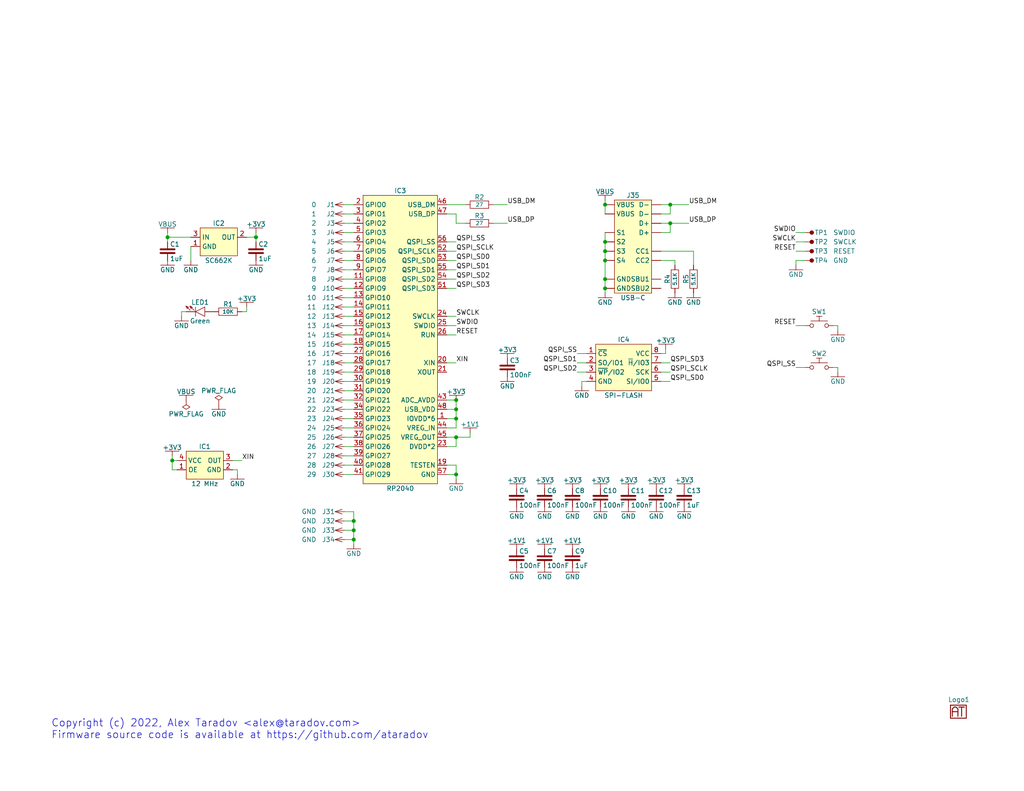
<source format=kicad_sch>
(kicad_sch (version 20211123) (generator eeschema)
  (paper "USLetter")
  (title_block (date "2022-02-01") (rev "1"))
  (lib_symbols
    (symbol "ataradov_conn:Conn-Single" (pin_numbers hide) (pin_names hide)
      (property "Reference" "J?" (at 2.54 0 0))
      (property "Value" "Conn-Single" (at 7.62 0 0))
      (symbol "Conn-Single_0_1"
        (polyline (pts (xy 2.54 0) (xy 0.635 -0.635)))
        (polyline (pts (xy 2.54 0) (xy 0.635 0.635)))
      )
      (symbol "Conn-Single_1_1"
        (pin passive line (at 0 0 0) (length 2.54) (name "1") (number "1"))
      )
    )
    (symbol "ataradov_conn:USB-C" (pin_numbers hide)
      (property "Reference" "J?" (at 0 12.7 0))
      (property "Value" "USB-C" (at 0 -15.24 0))
      (symbol "USB-C_0_1"
        (rectangle (start -5.08 11.43) (end 5.08 -13.97) (fill (type background)))
      )
      (symbol "USB-C_1_1"
        (pin bidirectional line (at 7.62 -2.54 180) (length 2.54) (name "CC1") (number "CC1"))
        (pin bidirectional line (at 7.62 -5.08 180) (length 2.54) (name "CC2") (number "CC2"))
        (pin bidirectional line (at 7.62 5.08 180) (length 2.54) (name "D+") (number "D+1"))
        (pin bidirectional line (at 7.62 2.54 180) (length 2.54) (name "D+") (number "D+2"))
        (pin bidirectional line (at 7.62 10.16 180) (length 2.54) (name "D-") (number "D-1"))
        (pin bidirectional line (at 7.62 7.62 180) (length 2.54) (name "D-") (number "D-2"))
        (pin passive line (at -7.62 -10.16 0) (length 2.54) (name "GND") (number "GND1"))
        (pin passive line (at -7.62 -12.7 0) (length 2.54) (name "GND") (number "GND2"))
        (pin passive line (at -7.62 2.54 0) (length 2.54) (name "S1") (number "S1"))
        (pin passive line (at -7.62 0 0) (length 2.54) (name "S2") (number "S2"))
        (pin passive line (at -7.62 -2.54 0) (length 2.54) (name "S3") (number "S3"))
        (pin passive line (at -7.62 -5.08 0) (length 2.54) (name "S4") (number "S4"))
        (pin bidirectional line (at 7.62 -10.16 180) (length 2.54) (name "SBU1") (number "SBU1"))
        (pin bidirectional line (at 7.62 -12.7 180) (length 2.54) (name "SBU2") (number "SBU2"))
        (pin passive line (at -7.62 10.16 0) (length 2.54) (name "VBUS") (number "VBUS1"))
        (pin passive line (at -7.62 7.62 0) (length 2.54) (name "VBUS") (number "VBUS2"))
      )
    )
    (symbol "ataradov_crystal:DSC61XX-MHz"
      (property "Reference" "IC?" (at 0 3.81 0))
      (property "Value" "DSC61XX-MHz" (at 0 -6.35 0))
      (symbol "DSC61XX-MHz_0_1"
        (rectangle (start -5.08 2.54) (end 5.08 -5.08) (fill (type background)))
      )
      (symbol "DSC61XX-MHz_1_1"
        (pin passive line (at -7.62 -2.54 0) (length 2.54) (name "OE") (number "1"))
        (pin power_in line (at 7.62 -2.54 180) (length 2.54) (name "GND") (number "2"))
        (pin output line (at 7.62 0 180) (length 2.54) (name "OUT") (number "3"))
        (pin power_in line (at -7.62 0 0) (length 2.54) (name "VCC") (number "4"))
      )
    )
    (symbol "ataradov_ic:SPI-FLASH"
      (property "Reference" "IC?" (at 0 6.35 0))
      (property "Value" "SPI-FLASH" (at 0 -8.89 0))
      (symbol "SPI-FLASH_1_0"
        (pin input line (at -10.16 2.54 0) (length 2.54) (name "~{CS}") (number "1"))
        (pin bidirectional line (at -10.16 0 0) (length 2.54) (name "SO/IO1") (number "2"))
        (pin bidirectional line (at -10.16 -2.54 0) (length 2.54) (name "~{WP}/IO2") (number "3"))
        (pin power_in line (at -10.16 -5.08 0) (length 2.54) (name "GND") (number "4"))
        (pin bidirectional line (at 10.16 -5.08 180) (length 2.54) (name "SI/IO0") (number "5"))
        (pin input line (at 10.16 -2.54 180) (length 2.54) (name "SCK") (number "6"))
        (pin bidirectional line (at 10.16 0 180) (length 2.54) (name "~{H}/IO3") (number "7"))
        (pin power_in line (at 10.16 2.54 180) (length 2.54) (name "VCC") (number "8"))
      )
      (symbol "SPI-FLASH_1_1"
        (rectangle (start -7.62 5.08) (end 7.62 -7.62) (fill (type background)))
      )
    )
    (symbol "ataradov_led:LED" (pin_numbers hide) (pin_names (offset 1.016) hide)
      (property "Reference" "LED?" (at 0 2.54 0))
      (property "Value" "LED" (at 0 -2.54 0))
      (symbol "LED_0_1"
        (polyline (pts (xy 1.27 1.27) (xy 1.27 -1.27)))
        (polyline (pts (xy 2.1336 1.2192) (xy 2.4892 0.8636)))
        (polyline (pts (xy 2.794 1.524) (xy 2.2352 1.1684)))
        (polyline (pts (xy 2.794 1.524) (xy 2.4384 0.9652)))
        (polyline (pts (xy 3.2004 1.2192) (xy 3.556 0.8636)))
        (polyline (pts (xy 3.8608 1.524) (xy 3.302 1.1684)))
        (polyline (pts (xy 3.8608 1.524) (xy 3.4544 0.9652)))
        (polyline (pts (xy -1.27 1.27) (xy -1.27 -1.27) (xy 1.27 0) (xy -1.27 1.27)))
        (polyline (pts (xy 1.6256 0.3556) (xy 2.794 1.524) (xy 2.1336 1.2192) (xy 2.794 1.524) (xy 2.4892 0.8636)))
        (polyline (pts (xy 2.6924 0.3556) (xy 3.8608 1.524) (xy 3.2004 1.2192) (xy 3.8608 1.524) (xy 3.556 0.8636)))
      )
      (symbol "LED_1_1"
        (pin passive line (at -3.81 0 0) (length 2.54) (name "A") (number "1"))
        (pin passive line (at 3.81 0 180) (length 2.54) (name "K") (number "2"))
      )
    )
    (symbol "ataradov_mcu:RP2040"
      (property "Reference" "IC?" (at 0 39.37 0))
      (property "Value" "RP2040" (at 0 -41.91 0))
      (symbol "RP2040_0_1"
        (rectangle (start -10.16 38.1) (end 10.16 -40.64) (fill (type background)))
      )
      (symbol "RP2040_1_1"
        (pin power_in line (at 12.7 -22.86 180) (length 2.54) (name "IOVDD*6") (number "1"))
        (pin power_in line (at 12.7 -22.86 180) (length 2.54) hide (name "IOVDD*6") (number "10"))
        (pin bidirectional line (at -12.7 15.24 0) (length 2.54) (name "GPIO8") (number "11"))
        (pin bidirectional line (at -12.7 12.7 0) (length 2.54) (name "GPIO9") (number "12"))
        (pin bidirectional line (at -12.7 10.16 0) (length 2.54) (name "GPIO10") (number "13"))
        (pin bidirectional line (at -12.7 7.62 0) (length 2.54) (name "GPIO11") (number "14"))
        (pin bidirectional line (at -12.7 5.08 0) (length 2.54) (name "GPIO12") (number "15"))
        (pin bidirectional line (at -12.7 2.54 0) (length 2.54) (name "GPIO13") (number "16"))
        (pin bidirectional line (at -12.7 0 0) (length 2.54) (name "GPIO14") (number "17"))
        (pin bidirectional line (at -12.7 -2.54 0) (length 2.54) (name "GPIO15") (number "18"))
        (pin input line (at 12.7 -35.56 180) (length 2.54) (name "TESTEN") (number "19"))
        (pin bidirectional line (at -12.7 35.56 0) (length 2.54) (name "GPIO0") (number "2"))
        (pin input line (at 12.7 -7.62 180) (length 2.54) (name "XIN") (number "20"))
        (pin output line (at 12.7 -10.16 180) (length 2.54) (name "XOUT") (number "21"))
        (pin power_in line (at 12.7 -22.86 180) (length 2.54) hide (name "IOVDD*6") (number "22"))
        (pin power_in line (at 12.7 -30.48 180) (length 2.54) (name "DVDD*2") (number "23"))
        (pin input line (at 12.7 5.08 180) (length 2.54) (name "SWCLK") (number "24"))
        (pin bidirectional line (at 12.7 2.54 180) (length 2.54) (name "SWDIO") (number "25"))
        (pin input line (at 12.7 0 180) (length 2.54) (name "RUN") (number "26"))
        (pin bidirectional line (at -12.7 -5.08 0) (length 2.54) (name "GPIO16") (number "27"))
        (pin bidirectional line (at -12.7 -7.62 0) (length 2.54) (name "GPIO17") (number "28"))
        (pin bidirectional line (at -12.7 -10.16 0) (length 2.54) (name "GPIO18") (number "29"))
        (pin bidirectional line (at -12.7 33.02 0) (length 2.54) (name "GPIO1") (number "3"))
        (pin bidirectional line (at -12.7 -12.7 0) (length 2.54) (name "GPIO19") (number "30"))
        (pin bidirectional line (at -12.7 -15.24 0) (length 2.54) (name "GPIO20") (number "31"))
        (pin bidirectional line (at -12.7 -17.78 0) (length 2.54) (name "GPIO21") (number "32"))
        (pin power_in line (at 12.7 -22.86 180) (length 2.54) hide (name "IOVDD*6") (number "33"))
        (pin bidirectional line (at -12.7 -20.32 0) (length 2.54) (name "GPIO22") (number "34"))
        (pin bidirectional line (at -12.7 -22.86 0) (length 2.54) (name "GPIO23") (number "35"))
        (pin bidirectional line (at -12.7 -25.4 0) (length 2.54) (name "GPIO24") (number "36"))
        (pin bidirectional line (at -12.7 -27.94 0) (length 2.54) (name "GPIO25") (number "37"))
        (pin bidirectional line (at -12.7 -30.48 0) (length 2.54) (name "GPIO26") (number "38"))
        (pin bidirectional line (at -12.7 -33.02 0) (length 2.54) (name "GPIO27") (number "39"))
        (pin bidirectional line (at -12.7 30.48 0) (length 2.54) (name "GPIO2") (number "4"))
        (pin bidirectional line (at -12.7 -35.56 0) (length 2.54) (name "GPIO28") (number "40"))
        (pin bidirectional line (at -12.7 -38.1 0) (length 2.54) (name "GPIO29") (number "41"))
        (pin power_in line (at 12.7 -22.86 180) (length 2.54) hide (name "IOVDD*6") (number "42"))
        (pin power_in line (at 12.7 -17.78 180) (length 2.54) (name "ADC_AVDD") (number "43"))
        (pin power_in line (at 12.7 -25.4 180) (length 2.54) (name "VREG_IN") (number "44"))
        (pin power_out line (at 12.7 -27.94 180) (length 2.54) (name "VREG_OUT") (number "45"))
        (pin bidirectional line (at 12.7 35.56 180) (length 2.54) (name "USB_DM") (number "46"))
        (pin bidirectional line (at 12.7 33.02 180) (length 2.54) (name "USB_DP") (number "47"))
        (pin power_in line (at 12.7 -20.32 180) (length 2.54) (name "USB_VDD") (number "48"))
        (pin power_in line (at 12.7 -22.86 180) (length 2.54) hide (name "IOVDD*6") (number "49"))
        (pin bidirectional line (at -12.7 27.94 0) (length 2.54) (name "GPIO3") (number "5"))
        (pin power_in line (at 12.7 -30.48 180) (length 2.54) hide (name "DVDD*2") (number "50"))
        (pin bidirectional line (at 12.7 12.7 180) (length 2.54) (name "QSPI_SD3") (number "51"))
        (pin output line (at 12.7 22.86 180) (length 2.54) (name "QSPI_SCLK") (number "52"))
        (pin bidirectional line (at 12.7 20.32 180) (length 2.54) (name "QSPI_SD0") (number "53"))
        (pin bidirectional line (at 12.7 15.24 180) (length 2.54) (name "QSPI_SD2") (number "54"))
        (pin bidirectional line (at 12.7 17.78 180) (length 2.54) (name "QSPI_SD1") (number "55"))
        (pin output line (at 12.7 25.4 180) (length 2.54) (name "QSPI_SS") (number "56"))
        (pin power_in line (at 12.7 -38.1 180) (length 2.54) (name "GND") (number "57"))
        (pin bidirectional line (at -12.7 25.4 0) (length 2.54) (name "GPIO4") (number "6"))
        (pin bidirectional line (at -12.7 22.86 0) (length 2.54) (name "GPIO5") (number "7"))
        (pin bidirectional line (at -12.7 20.32 0) (length 2.54) (name "GPIO6") (number "8"))
        (pin bidirectional line (at -12.7 17.78 0) (length 2.54) (name "GPIO7") (number "9"))
      )
    )
    (symbol "ataradov_misc:Logo" (pin_numbers hide) (pin_names (offset 0) hide)
      (property "Reference" "Logo?" (at 0 3.302 0))
      (symbol "Logo_0_1"
        (rectangle (start -2.286 1.778) (end 2.032 -1.778) (stroke (width 0.254)))
        (polyline (pts (xy -1.778 0) (xy -0.254 0)) (stroke (width 0.254)))
        (polyline (pts (xy -1.778 0.762) (xy -1.778 -1.27)) (stroke (width 0.254)))
        (polyline (pts (xy -1.778 0.762) (xy -1.27 1.27)) (stroke (width 0.254)))
        (polyline (pts (xy -1.27 1.27) (xy -0.762 1.27)) (stroke (width 0.254)))
        (polyline (pts (xy -0.254 0.762) (xy -0.762 1.27)) (stroke (width 0.254)))
        (polyline (pts (xy -0.254 0.762) (xy -0.254 -1.27)) (stroke (width 0.254)))
        (polyline (pts (xy 0 1.27) (xy 1.524 1.27)) (stroke (width 0.254)))
        (polyline (pts (xy 0.762 1.27) (xy 0.762 -1.27)) (stroke (width 0.254)))
      )
    )
    (symbol "ataradov_misc:TestPoint" (pin_numbers hide) (pin_names hide)
      (property "Reference" "TP?" (at 2.54 0 0))
      (property "Value" "TestPoint" (at 7.62 0 0))
      (symbol "TestPoint_0_1"
        (circle (center 1.778 0) (radius 0.508) (fill (type outline)))
      )
      (symbol "TestPoint_1_1"
        (pin passive line (at 0 0 0) (length 1.78) (name "1") (number "1"))
      )
    )
    (symbol "ataradov_pwr:+1V1" (power) (pin_names (offset 0))
      (property "Value" "+1V1" (at 0 2.286 0))
      (symbol "+1V1_0_1"
        (polyline (pts (xy -1.905 1.27) (xy 0 1.27)))
        (polyline (pts (xy 0 0) (xy 0 1.27)))
        (polyline (pts (xy 0 1.27) (xy 1.905 1.27)))
      )
      (symbol "+1V1_1_1"
        (pin power_in line (at 0 0 90) (length 0) hide (name "+1V1") (number "1"))
      )
    )
    (symbol "ataradov_pwr:+3V3" (power) (pin_names (offset 0))
      (property "Value" "+3V3" (at 0 2.286 0))
      (symbol "+3V3_0_1"
        (polyline (pts (xy -1.905 1.27) (xy 0 1.27)))
        (polyline (pts (xy 0 0) (xy 0 1.27)))
        (polyline (pts (xy 0 1.27) (xy 1.905 1.27)))
      )
      (symbol "+3V3_1_1"
        (pin power_in line (at 0 0 90) (length 0) hide (name "+3V3") (number "1"))
      )
    )
    (symbol "ataradov_pwr:GND" (power) (pin_names (offset 0))
      (property "Value" "GND" (at 0 -2.54 0))
      (symbol "GND_0_1"
        (polyline (pts (xy -1.905 -1.27) (xy 1.905 -1.27)))
        (polyline (pts (xy 0 0) (xy 0 -1.27)))
      )
      (symbol "GND_1_1"
        (pin power_in line (at 0 0 270) (length 0) hide (name "GND") (number "1"))
      )
    )
    (symbol "ataradov_pwr:VBUS" (power) (pin_names (offset 0))
      (property "Value" "VBUS" (at 0 2.286 0))
      (symbol "VBUS_0_1"
        (polyline (pts (xy -1.905 1.27) (xy 0 1.27)))
        (polyline (pts (xy 0 0) (xy 0 1.27)))
        (polyline (pts (xy 0 1.27) (xy 1.905 1.27)))
      )
      (symbol "VBUS_1_1"
        (pin power_in line (at 0 0 90) (length 0) hide (name "VBUS") (number "1"))
      )
    )
    (symbol "ataradov_rlc:C" (pin_numbers hide) (pin_names hide)
      (property "Reference" "C?" (at 0.635 1.905 0))
      (property "Value" "C" (at 0.635 -2.032 0))
      (symbol "C_0_1"
        (polyline (pts (xy -1.905 -0.508) (xy 1.905 -0.508)) (stroke (width 0.5)))
        (polyline (pts (xy -1.905 0.508) (xy 1.905 0.508)) (stroke (width 0.5)))
      )
      (symbol "C_1_1"
        (pin passive line (at 0 -2.54 90) (length 1.905) (name "1") (number "1"))
        (pin passive line (at 0 2.54 270) (length 1.905) (name "2") (number "2"))
      )
    )
    (symbol "ataradov_rlc:R" (pin_numbers hide) (pin_names hide)
      (property "Reference" "R?" (at 0 2.032 0))
      (property "Value" "R" (at 0 0 0))
      (symbol "R_0_1"
        (rectangle (start -2.54 1.016) (end 2.54 -1.016))
      )
      (symbol "R_1_1"
        (pin passive line (at -3.81 0 0) (length 1.27) (name "1") (number "1"))
        (pin passive line (at 3.81 0 180) (length 1.27) (name "2") (number "2"))
      )
    )
    (symbol "ataradov_switch:TactSwitch" (pin_numbers hide) (pin_names hide)
      (property "Reference" "SW?" (at 0 3.81 0))
      (symbol "TactSwitch_0_1"
        (circle (center -2.032 0) (radius 0.508))
        (polyline (pts (xy -2.286 1.27) (xy 2.286 1.27)))
        (polyline (pts (xy -1.016 2.54) (xy -1.016 2.54)))
        (polyline (pts (xy -0.762 2.54) (xy 0.762 2.54)))
        (polyline (pts (xy 0 2.54) (xy 0 1.27)))
        (circle (center 2.032 0) (radius 0.508))
      )
      (symbol "TactSwitch_1_1"
        (pin passive line (at -3.81 0 0) (length 1.27) (name "1") (number "1"))
        (pin passive line (at 3.81 0 180) (length 1.27) (name "2") (number "2"))
      )
    )
    (symbol "ataradov_vreg:SC662K"
      (property "Reference" "IC?" (at 0 6.35 0))
      (property "Value" "SC662K" (at 0 -3.81 0))
      (symbol "SC662K_0_1"
        (rectangle (start -5.08 5.08) (end 5.08 -2.54) (fill (type background)))
      )
      (symbol "SC662K_1_1"
        (pin power_in line (at -7.62 0 0) (length 2.54) (name "GND") (number "1"))
        (pin power_out line (at 7.62 2.54 180) (length 2.54) (name "OUT") (number "2"))
        (pin power_in line (at -7.62 2.54 0) (length 2.54) (name "IN") (number "3"))
      )
    )
    (symbol "power:PWR_FLAG" (power) (pin_numbers hide) (pin_names (offset 0) hide)
      (property "Value" "PWR_FLAG" (at 0 3.81 0))
      (symbol "PWR_FLAG_0_0"
        (pin power_out line (at 0 0 90) (length 0) (name "pwr") (number "1"))
      )
      (symbol "PWR_FLAG_0_1"
        (polyline (pts (xy 0 0) (xy 0 1.27) (xy -1.016 1.905) (xy 0 2.54) (xy 1.016 1.905) (xy 0 1.27)))
      )
    )
  )
  (junction (at 46.99 125.73))
  (junction (at 165.1 68.58))
  (junction (at 45.72 64.77))
  (junction (at 165.1 71.12))
  (junction (at 182.88 60.96))
  (junction (at 124.46 129.54))
  (junction (at 165.1 76.2))
  (junction (at 96.52 142.24))
  (junction (at 124.46 114.3))
  (junction (at 124.46 111.76))
  (junction (at 165.1 78.74))
  (junction (at 124.46 119.38))
  (junction (at 96.52 144.78))
  (junction (at 69.85 64.77))
  (junction (at 165.1 55.88))
  (junction (at 165.1 66.04))
  (junction (at 182.88 55.88))
  (junction (at 124.46 109.22))
  (junction (at 96.52 147.32))
  (wire (pts (xy 158.75 104.14) (xy 160.02 104.14)))
  (wire (pts (xy 121.92 73.66) (xy 124.46 73.66)))
  (wire (pts (xy 96.52 148.59) (xy 96.52 147.32)))
  (wire (pts (xy 124.46 114.3) (xy 124.46 116.84)))
  (wire (pts (xy 227.33 88.9) (xy 228.6 88.9)))
  (wire (pts (xy 93.98 96.52) (xy 96.52 96.52)))
  (wire (pts (xy 96.52 139.7) (xy 93.98 139.7)))
  (wire (pts (xy 165.1 54.61) (xy 165.1 55.88)))
  (wire (pts (xy 165.1 55.88) (xy 165.1 58.42)))
  (wire (pts (xy 93.98 83.82) (xy 96.52 83.82)))
  (wire (pts (xy 67.31 83.82) (xy 67.31 85.09)))
  (wire (pts (xy 128.27 118.11) (xy 128.27 119.38)))
  (wire (pts (xy 63.5 125.73) (xy 66.04 125.73)))
  (wire (pts (xy 165.1 68.58) (xy 165.1 71.12)))
  (wire (pts (xy 121.92 91.44) (xy 124.46 91.44)))
  (wire (pts (xy 180.34 101.6) (xy 182.88 101.6)))
  (wire (pts (xy 93.98 104.14) (xy 96.52 104.14)))
  (wire (pts (xy 180.34 58.42) (xy 182.88 58.42)))
  (wire (pts (xy 93.98 147.32) (xy 96.52 147.32)))
  (wire (pts (xy 93.98 124.46) (xy 96.52 124.46)))
  (wire (pts (xy 157.48 99.06) (xy 160.02 99.06)))
  (wire (pts (xy 93.98 127) (xy 96.52 127)))
  (wire (pts (xy 93.98 63.5) (xy 96.52 63.5)))
  (wire (pts (xy 217.17 68.58) (xy 219.71 68.58)))
  (wire (pts (xy 121.92 127) (xy 124.46 127)))
  (wire (pts (xy 217.17 66.04) (xy 219.71 66.04)))
  (wire (pts (xy 124.46 119.38) (xy 128.27 119.38)))
  (wire (pts (xy 121.92 71.12) (xy 124.46 71.12)))
  (wire (pts (xy 124.46 58.42) (xy 124.46 60.96)))
  (wire (pts (xy 93.98 81.28) (xy 96.52 81.28)))
  (wire (pts (xy 121.92 88.9) (xy 124.46 88.9)))
  (wire (pts (xy 121.92 111.76) (xy 124.46 111.76)))
  (wire (pts (xy 228.6 88.9) (xy 228.6 90.17)))
  (wire (pts (xy 96.52 142.24) (xy 96.52 139.7)))
  (wire (pts (xy 184.15 71.12) (xy 184.15 72.39)))
  (wire (pts (xy 217.17 63.5) (xy 219.71 63.5)))
  (wire (pts (xy 121.92 68.58) (xy 124.46 68.58)))
  (wire (pts (xy 49.53 86.36) (xy 49.53 85.09)))
  (wire (pts (xy 180.34 55.88) (xy 182.88 55.88)))
  (wire (pts (xy 93.98 66.04) (xy 96.52 66.04)))
  (wire (pts (xy 180.34 96.52) (xy 181.61 96.52)))
  (wire (pts (xy 165.1 76.2) (xy 165.1 78.74)))
  (wire (pts (xy 180.34 63.5) (xy 182.88 63.5)))
  (wire (pts (xy 121.92 99.06) (xy 124.46 99.06)))
  (wire (pts (xy 67.31 64.77) (xy 69.85 64.77)))
  (wire (pts (xy 93.98 71.12) (xy 96.52 71.12)))
  (wire (pts (xy 93.98 58.42) (xy 96.52 58.42)))
  (wire (pts (xy 93.98 101.6) (xy 96.52 101.6)))
  (wire (pts (xy 121.92 86.36) (xy 124.46 86.36)))
  (wire (pts (xy 124.46 129.54) (xy 124.46 127)))
  (wire (pts (xy 93.98 68.58) (xy 96.52 68.58)))
  (wire (pts (xy 93.98 142.24) (xy 96.52 142.24)))
  (wire (pts (xy 124.46 111.76) (xy 124.46 114.3)))
  (wire (pts (xy 93.98 129.54) (xy 96.52 129.54)))
  (wire (pts (xy 121.92 78.74) (xy 124.46 78.74)))
  (wire (pts (xy 121.92 116.84) (xy 124.46 116.84)))
  (wire (pts (xy 48.26 125.73) (xy 46.99 125.73)))
  (wire (pts (xy 69.85 66.04) (xy 69.85 64.77)))
  (wire (pts (xy 124.46 119.38) (xy 124.46 121.92)))
  (wire (pts (xy 46.99 125.73) (xy 46.99 124.46)))
  (wire (pts (xy 124.46 130.81) (xy 124.46 129.54)))
  (wire (pts (xy 157.48 96.52) (xy 160.02 96.52)))
  (wire (pts (xy 52.07 67.31) (xy 52.07 71.12)))
  (wire (pts (xy 93.98 73.66) (xy 96.52 73.66)))
  (wire (pts (xy 96.52 147.32) (xy 96.52 144.78)))
  (wire (pts (xy 93.98 144.78) (xy 96.52 144.78)))
  (wire (pts (xy 217.17 71.12) (xy 219.71 71.12)))
  (wire (pts (xy 181.61 95.25) (xy 181.61 96.52)))
  (wire (pts (xy 134.62 55.88) (xy 138.43 55.88)))
  (wire (pts (xy 189.23 68.58) (xy 189.23 72.39)))
  (wire (pts (xy 180.34 68.58) (xy 189.23 68.58)))
  (wire (pts (xy 93.98 99.06) (xy 96.52 99.06)))
  (wire (pts (xy 182.88 55.88) (xy 182.88 58.42)))
  (wire (pts (xy 165.1 71.12) (xy 165.1 76.2)))
  (wire (pts (xy 124.46 60.96) (xy 127 60.96)))
  (wire (pts (xy 182.88 60.96) (xy 182.88 63.5)))
  (wire (pts (xy 121.92 58.42) (xy 124.46 58.42)))
  (wire (pts (xy 93.98 91.44) (xy 96.52 91.44)))
  (wire (pts (xy 93.98 86.36) (xy 96.52 86.36)))
  (wire (pts (xy 93.98 78.74) (xy 96.52 78.74)))
  (wire (pts (xy 180.34 60.96) (xy 182.88 60.96)))
  (wire (pts (xy 121.92 66.04) (xy 124.46 66.04)))
  (wire (pts (xy 64.77 128.27) (xy 64.77 129.54)))
  (wire (pts (xy 217.17 100.33) (xy 219.71 100.33)))
  (wire (pts (xy 45.72 64.77) (xy 45.72 66.04)))
  (wire (pts (xy 182.88 55.88) (xy 187.96 55.88)))
  (wire (pts (xy 45.72 63.5) (xy 45.72 64.77)))
  (wire (pts (xy 96.52 144.78) (xy 96.52 142.24)))
  (wire (pts (xy 93.98 88.9) (xy 96.52 88.9)))
  (wire (pts (xy 121.92 76.2) (xy 124.46 76.2)))
  (wire (pts (xy 93.98 121.92) (xy 96.52 121.92)))
  (wire (pts (xy 158.75 105.41) (xy 158.75 104.14)))
  (wire (pts (xy 121.92 119.38) (xy 124.46 119.38)))
  (wire (pts (xy 63.5 128.27) (xy 64.77 128.27)))
  (wire (pts (xy 121.92 55.88) (xy 127 55.88)))
  (wire (pts (xy 93.98 93.98) (xy 96.52 93.98)))
  (wire (pts (xy 121.92 129.54) (xy 124.46 129.54)))
  (wire (pts (xy 45.72 64.77) (xy 52.07 64.77)))
  (wire (pts (xy 49.53 85.09) (xy 50.8 85.09)))
  (wire (pts (xy 93.98 114.3) (xy 96.52 114.3)))
  (wire (pts (xy 93.98 60.96) (xy 96.52 60.96)))
  (wire (pts (xy 165.1 66.04) (xy 165.1 68.58)))
  (wire (pts (xy 48.26 128.27) (xy 46.99 128.27)))
  (wire (pts (xy 66.04 85.09) (xy 67.31 85.09)))
  (wire (pts (xy 93.98 119.38) (xy 96.52 119.38)))
  (wire (pts (xy 46.99 128.27) (xy 46.99 125.73)))
  (wire (pts (xy 124.46 109.22) (xy 124.46 111.76)))
  (wire (pts (xy 217.17 88.9) (xy 219.71 88.9)))
  (wire (pts (xy 93.98 111.76) (xy 96.52 111.76)))
  (wire (pts (xy 93.98 116.84) (xy 96.52 116.84)))
  (wire (pts (xy 69.85 63.5) (xy 69.85 64.77)))
  (wire (pts (xy 180.34 71.12) (xy 184.15 71.12)))
  (wire (pts (xy 165.1 78.74) (xy 165.1 80.01)))
  (wire (pts (xy 93.98 76.2) (xy 96.52 76.2)))
  (wire (pts (xy 165.1 63.5) (xy 165.1 66.04)))
  (wire (pts (xy 121.92 121.92) (xy 124.46 121.92)))
  (wire (pts (xy 93.98 55.88) (xy 96.52 55.88)))
  (wire (pts (xy 227.33 100.33) (xy 228.6 100.33)))
  (wire (pts (xy 157.48 101.6) (xy 160.02 101.6)))
  (wire (pts (xy 93.98 109.22) (xy 96.52 109.22)))
  (wire (pts (xy 182.88 60.96) (xy 187.96 60.96)))
  (wire (pts (xy 180.34 104.14) (xy 182.88 104.14)))
  (wire (pts (xy 93.98 106.68) (xy 96.52 106.68)))
  (wire (pts (xy 217.17 72.39) (xy 217.17 71.12)))
  (wire (pts (xy 121.92 109.22) (xy 124.46 109.22)))
  (wire (pts (xy 180.34 99.06) (xy 182.88 99.06)))
  (wire (pts (xy 228.6 100.33) (xy 228.6 101.6)))
  (wire (pts (xy 134.62 60.96) (xy 138.43 60.96)))
  (wire (pts (xy 121.92 114.3) (xy 124.46 114.3)))
  (text "Copyright (c) 2022, Alex Taradov <alex@taradov.com>\nFirmware source code is available at https://github.com/ataradov" (at 13.97 201.93 0) (effects (font (size 2 2)) (justify left bottom)))
  (label "QSPI_SS" (at 157.48 96.52 180))
  (label "QSPI_SD0" (at 182.88 104.14 0))
  (label "SWDIO" (at 124.46 88.9 0))
  (label "QSPI_SD3" (at 182.88 99.06 0))
  (label "USB_DM" (at 187.96 55.88 0))
  (label "SWCLK" (at 217.17 66.04 180))
  (label "QSPI_SD3" (at 124.46 78.74 0))
  (label "USB_DM" (at 138.43 55.88 0))
  (label "RESET" (at 217.17 68.58 180))
  (label "SWDIO" (at 217.17 63.5 180))
  (label "QSPI_SD0" (at 124.46 71.12 0))
  (label "USB_DP" (at 187.96 60.96 0))
  (label "XIN" (at 66.04 125.73 0))
  (label "QSPI_SS" (at 217.17 100.33 180))
  (label "RESET" (at 124.46 91.44 0))
  (label "USB_DP" (at 138.43 60.96 0))
  (label "RESET" (at 217.17 88.9 180))
  (label "QSPI_SD1" (at 157.48 99.06 180))
  (label "QSPI_SCLK" (at 182.88 101.6 0))
  (label "QSPI_SD2" (at 157.48 101.6 180))
  (label "QSPI_SD2" (at 124.46 76.2 0))
  (label "XIN" (at 124.46 99.06 0))
  (label "QSPI_SCLK" (at 124.46 68.58 0))
  (label "QSPI_SS" (at 124.46 66.04 0))
  (label "QSPI_SD1" (at 124.46 73.66 0))
  (label "SWCLK" (at 124.46 86.36 0))
  (symbol (lib_id "ataradov_rlc:C") (at 69.85 68.58 0) (unit 1)
    (property "Reference" "C2" (at 70.485 66.675 0) (effects (justify left)))
    (property "Value" "1uF" (at 70.485 70.612 0) (effects (justify left)))
    (property "Footprint" "ataradov_smd:0603" (effects hide))
  )
  (symbol (lib_id "ataradov_pwr:+1V1") (at 140.97 149.86 0) (unit 1)
    (property "Reference" "#PWR020" (effects hide))
    (property "Value" "+1V1" (at 140.97 147.574 0))
  )
  (symbol (lib_id "ataradov_pwr:+3V3") (at 138.43 97.79 0) (unit 1)
    (property "Reference" "#PWR016" (effects hide))
    (property "Value" "+3V3" (at 138.43 95.504 0))
  )
  (symbol (lib_id "ataradov_pwr:GND") (at 171.45 138.43 0) (unit 1)
    (property "Reference" "#PWR036" (effects hide))
    (property "Value" "GND" (at 171.45 140.97 0))
  )
  (symbol (lib_id "ataradov_pwr:+3V3") (at 124.46 109.22 0) (unit 1)
    (property "Reference" "#PWR013" (effects hide))
    (property "Value" "+3V3" (at 124.46 106.934 0))
  )
  (symbol (lib_id "ataradov_conn:Conn-Single") (at 93.98 124.46 0) (mirror y) (unit 1)
    (property "Reference" "J28" (at 91.44 124.46 0) (effects (justify left)))
    (property "Value" "27" (at 86.36 124.46 0) (effects (justify left)))
    (property "Footprint" "ataradov_conn:Pin-2.54mm" (effects hide))
  )
  (symbol (lib_id "ataradov_conn:Conn-Single") (at 93.98 101.6 0) (mirror y) (unit 1)
    (property "Reference" "J19" (at 91.44 101.6 0) (effects (justify left)))
    (property "Value" "18" (at 86.36 101.6 0) (effects (justify left)))
    (property "Footprint" "ataradov_conn:Pin-2.54mm" (effects hide))
  )
  (symbol (lib_id "ataradov_pwr:GND") (at 156.21 154.94 0) (unit 1)
    (property "Reference" "#PWR029" (effects hide))
    (property "Value" "GND" (at 156.21 157.48 0))
  )
  (symbol (lib_id "ataradov_rlc:C") (at 186.69 135.89 0) (unit 1)
    (property "Reference" "C13" (at 187.325 133.985 0) (effects (justify left)))
    (property "Value" "1uF" (at 187.325 137.922 0) (effects (justify left)))
    (property "Footprint" "ataradov_smd:0402" (effects hide))
  )
  (symbol (lib_id "ataradov_ic:SPI-FLASH") (at 170.18 99.06 0) (unit 1)
    (property "Reference" "IC4" (at 170.18 92.71 0))
    (property "Value" "SPI-FLASH" (at 170.18 107.95 0))
    (property "Footprint" "ataradov_ic:USON-8-3x2mm" (effects hide))
  )
  (symbol (lib_id "ataradov_pwr:+3V3") (at 181.61 95.25 0) (unit 1)
    (property "Reference" "#PWR039" (effects hide))
    (property "Value" "+3V3" (at 181.61 92.964 0))
  )
  (symbol (lib_id "ataradov_conn:Conn-Single") (at 93.98 109.22 0) (mirror y) (unit 1)
    (property "Reference" "J22" (at 91.44 109.22 0) (effects (justify left)))
    (property "Value" "21" (at 86.36 109.22 0) (effects (justify left)))
    (property "Footprint" "ataradov_conn:Pin-2.54mm" (effects hide))
  )
  (symbol (lib_id "ataradov_pwr:GND") (at 69.85 71.12 0) (unit 1)
    (property "Reference" "#PWR011" (effects hide))
    (property "Value" "GND" (at 69.85 73.66 0))
  )
  (symbol (lib_id "ataradov_pwr:GND") (at 189.23 80.01 0) (unit 1)
    (property "Reference" "#PWR043" (effects hide))
    (property "Value" "GND" (at 189.23 82.55 0))
  )
  (symbol (lib_id "ataradov_pwr:+3V3") (at 140.97 133.35 0) (unit 1)
    (property "Reference" "#PWR018" (effects hide))
    (property "Value" "+3V3" (at 140.97 131.064 0))
  )
  (symbol (lib_id "ataradov_switch:TactSwitch") (at 223.52 100.33 0) (unit 1)
    (property "Reference" "SW2" (at 223.52 96.52 0))
    (property "Value" "TactSwitch" (effects hide))
    (property "Footprint" "ataradov_switch:TactSwitch-6mm-Sqare-SMD" (effects hide))
  )
  (symbol (lib_id "ataradov_pwr:GND") (at 163.83 138.43 0) (unit 1)
    (property "Reference" "#PWR032" (effects hide))
    (property "Value" "GND" (at 163.83 140.97 0))
  )
  (symbol (lib_id "ataradov_pwr:GND") (at 138.43 102.87 0) (unit 1)
    (property "Reference" "#PWR017" (effects hide))
    (property "Value" "GND" (at 138.43 105.41 0))
  )
  (symbol (lib_id "ataradov_conn:Conn-Single") (at 93.98 121.92 0) (mirror y) (unit 1)
    (property "Reference" "J27" (at 91.44 121.92 0) (effects (justify left)))
    (property "Value" "26" (at 86.36 121.92 0) (effects (justify left)))
    (property "Footprint" "ataradov_conn:Pin-2.54mm" (effects hide))
  )
  (symbol (lib_id "ataradov_rlc:C") (at 163.83 135.89 0) (unit 1)
    (property "Reference" "C10" (at 164.465 133.985 0) (effects (justify left)))
    (property "Value" "100nF" (at 164.465 137.922 0) (effects (justify left)))
    (property "Footprint" "ataradov_smd:0402" (effects hide))
  )
  (symbol (lib_id "ataradov_pwr:GND") (at 158.75 105.41 0) (unit 1)
    (property "Reference" "#PWR030" (effects hide))
    (property "Value" "GND" (at 158.75 107.95 0))
  )
  (symbol (lib_id "ataradov_pwr:GND") (at 96.52 148.59 0) (unit 1)
    (property "Reference" "#PWR012" (effects hide))
    (property "Value" "GND" (at 96.52 151.13 0))
  )
  (symbol (lib_id "ataradov_pwr:GND") (at 186.69 138.43 0) (unit 1)
    (property "Reference" "#PWR042" (effects hide))
    (property "Value" "GND" (at 186.69 140.97 0))
  )
  (symbol (lib_id "ataradov_conn:Conn-Single") (at 93.98 129.54 0) (mirror y) (unit 1)
    (property "Reference" "J30" (at 91.44 129.54 0) (effects (justify left)))
    (property "Value" "29" (at 86.36 129.54 0) (effects (justify left)))
    (property "Footprint" "ataradov_conn:Pin-2.54mm" (effects hide))
  )
  (symbol (lib_id "ataradov_pwr:+3V3") (at 148.59 133.35 0) (unit 1)
    (property "Reference" "#PWR022" (effects hide))
    (property "Value" "+3V3" (at 148.59 131.064 0))
  )
  (symbol (lib_id "ataradov_conn:Conn-Single") (at 93.98 93.98 0) (mirror y) (unit 1)
    (property "Reference" "J16" (at 91.44 93.98 0) (effects (justify left)))
    (property "Value" "15" (at 86.36 93.98 0) (effects (justify left)))
    (property "Footprint" "ataradov_conn:Pin-2.54mm" (effects hide))
  )
  (symbol (lib_id "ataradov_pwr:GND") (at 156.21 138.43 0) (unit 1)
    (property "Reference" "#PWR027" (effects hide))
    (property "Value" "GND" (at 156.21 140.97 0))
  )
  (symbol (lib_id "ataradov_led:LED") (at 54.61 85.09 0) (mirror y) (unit 1)
    (property "Reference" "LED1" (at 54.61 82.55 0))
    (property "Value" "Green" (at 54.61 87.63 0))
    (property "Footprint" "ataradov_smd:0603" (effects hide))
  )
  (symbol (lib_id "ataradov_pwr:GND") (at 140.97 138.43 0) (unit 1)
    (property "Reference" "#PWR019" (effects hide))
    (property "Value" "GND" (at 140.97 140.97 0))
  )
  (symbol (lib_id "ataradov_pwr:GND") (at 184.15 80.01 0) (unit 1)
    (property "Reference" "#PWR040" (effects hide))
    (property "Value" "GND" (at 184.15 82.55 0))
  )
  (symbol (lib_id "ataradov_conn:Conn-Single") (at 93.98 114.3 0) (mirror y) (unit 1)
    (property "Reference" "J24" (at 91.44 114.3 0) (effects (justify left)))
    (property "Value" "23" (at 86.36 114.3 0) (effects (justify left)))
    (property "Footprint" "ataradov_conn:Pin-2.54mm" (effects hide))
  )
  (symbol (lib_id "ataradov_conn:Conn-Single") (at 93.98 76.2 0) (mirror y) (unit 1)
    (property "Reference" "J9" (at 91.44 76.2 0) (effects (justify left)))
    (property "Value" "8" (at 86.36 76.2 0) (effects (justify left)))
    (property "Footprint" "ataradov_conn:Pin-2.54mm" (effects hide))
  )
  (symbol (lib_id "power:PWR_FLAG") (at 50.8 109.22 180) (unit 1)
    (property "Reference" "#FLG01" (effects hide))
    (property "Value" "PWR_FLAG" (at 50.8 113.03 0))
  )
  (symbol (lib_id "ataradov_conn:Conn-Single") (at 93.98 91.44 0) (mirror y) (unit 1)
    (property "Reference" "J15" (at 91.44 91.44 0) (effects (justify left)))
    (property "Value" "14" (at 86.36 91.44 0) (effects (justify left)))
    (property "Footprint" "ataradov_conn:Pin-2.54mm" (effects hide))
  )
  (symbol (lib_id "ataradov_pwr:GND") (at 148.59 154.94 0) (unit 1)
    (property "Reference" "#PWR025" (effects hide))
    (property "Value" "GND" (at 148.59 157.48 0))
  )
  (symbol (lib_id "ataradov_pwr:GND") (at 228.6 90.17 0) (unit 1)
    (property "Reference" "#PWR045" (effects hide))
    (property "Value" "GND" (at 228.6 92.71 0))
  )
  (symbol (lib_id "ataradov_pwr:+3V3") (at 171.45 133.35 0) (unit 1)
    (property "Reference" "#PWR035" (effects hide))
    (property "Value" "+3V3" (at 171.45 131.064 0))
  )
  (symbol (lib_id "ataradov_pwr:+3V3") (at 69.85 63.5 0) (unit 1)
    (property "Reference" "#PWR010" (effects hide))
    (property "Value" "+3V3" (at 69.85 61.214 0))
  )
  (symbol (lib_id "ataradov_conn:Conn-Single") (at 93.98 142.24 0) (mirror y) (unit 1)
    (property "Reference" "J32" (at 91.44 142.24 0) (effects (justify left)))
    (property "Value" "GND" (at 86.36 142.24 0) (effects (justify left)))
    (property "Footprint" "ataradov_conn:Pin-2.54mm" (effects hide))
  )
  (symbol (lib_id "ataradov_pwr:+1V1") (at 148.59 149.86 0) (unit 1)
    (property "Reference" "#PWR024" (effects hide))
    (property "Value" "+1V1" (at 148.59 147.574 0))
  )
  (symbol (lib_id "ataradov_conn:Conn-Single") (at 93.98 88.9 0) (mirror y) (unit 1)
    (property "Reference" "J14" (at 91.44 88.9 0) (effects (justify left)))
    (property "Value" "13" (at 86.36 88.9 0) (effects (justify left)))
    (property "Footprint" "ataradov_conn:Pin-2.54mm" (effects hide))
  )
  (symbol (lib_id "ataradov_misc:TestPoint") (at 219.71 66.04 0) (unit 1)
    (property "Reference" "TP2" (at 222.25 66.04 0) (effects (justify left)))
    (property "Value" "SWCLK" (at 227.33 66.04 0) (effects (justify left)))
    (property "Footprint" "ataradov_misc:TestPoint-1.27mm-SMD" (effects hide))
  )
  (symbol (lib_id "ataradov_pwr:+1V1") (at 128.27 118.11 0) (unit 1)
    (property "Reference" "#PWR015" (effects hide))
    (property "Value" "+1V1" (at 128.27 115.824 0))
  )
  (symbol (lib_id "ataradov_pwr:GND") (at 45.72 71.12 0) (unit 1)
    (property "Reference" "#PWR02" (effects hide))
    (property "Value" "GND" (at 45.72 73.66 0))
  )
  (symbol (lib_id "ataradov_conn:Conn-Single") (at 93.98 66.04 0) (mirror y) (unit 1)
    (property "Reference" "J5" (at 91.44 66.04 0) (effects (justify left)))
    (property "Value" "4" (at 86.36 66.04 0) (effects (justify left)))
    (property "Footprint" "ataradov_conn:Pin-2.54mm" (effects hide))
  )
  (symbol (lib_id "ataradov_pwr:VBUS") (at 50.8 109.22 0) (unit 1)
    (property "Reference" "#PWR05" (effects hide))
    (property "Value" "VBUS" (at 50.8 106.934 0))
  )
  (symbol (lib_id "ataradov_conn:Conn-Single") (at 93.98 81.28 0) (mirror y) (unit 1)
    (property "Reference" "J11" (at 91.44 81.28 0) (effects (justify left)))
    (property "Value" "10" (at 86.36 81.28 0) (effects (justify left)))
    (property "Footprint" "ataradov_conn:Pin-2.54mm" (effects hide))
  )
  (symbol (lib_id "ataradov_vreg:SC662K") (at 59.69 67.31 0) (unit 1)
    (property "Reference" "IC2" (at 59.69 60.96 0))
    (property "Value" "SC662K" (at 59.69 71.12 0))
    (property "Footprint" "ataradov_ic:SOT-23" (effects hide))
  )
  (symbol (lib_id "ataradov_conn:Conn-Single") (at 93.98 119.38 0) (mirror y) (unit 1)
    (property "Reference" "J26" (at 91.44 119.38 0) (effects (justify left)))
    (property "Value" "25" (at 86.36 119.38 0) (effects (justify left)))
    (property "Footprint" "ataradov_conn:Pin-2.54mm" (effects hide))
  )
  (symbol (lib_id "ataradov_misc:TestPoint") (at 219.71 71.12 0) (unit 1)
    (property "Reference" "TP4" (at 222.25 71.12 0) (effects (justify left)))
    (property "Value" "GND" (at 227.33 71.12 0) (effects (justify left)))
    (property "Footprint" "ataradov_misc:TestPoint-1.27mm-SMD" (effects hide))
  )
  (symbol (lib_id "ataradov_pwr:+3V3") (at 179.07 133.35 0) (unit 1)
    (property "Reference" "#PWR037" (effects hide))
    (property "Value" "+3V3" (at 179.07 131.064 0))
  )
  (symbol (lib_id "ataradov_switch:TactSwitch") (at 223.52 88.9 0) (unit 1)
    (property "Reference" "SW1" (at 223.52 85.09 0))
    (property "Value" "TactSwitch" (effects hide))
    (property "Footprint" "ataradov_switch:TactSwitch-6mm-Sqare-SMD" (effects hide))
  )
  (symbol (lib_id "ataradov_conn:Conn-Single") (at 93.98 63.5 0) (mirror y) (unit 1)
    (property "Reference" "J4" (at 91.44 63.5 0) (effects (justify left)))
    (property "Value" "3" (at 86.36 63.5 0) (effects (justify left)))
    (property "Footprint" "ataradov_conn:Pin-2.54mm" (effects hide))
  )
  (symbol (lib_id "ataradov_rlc:C") (at 179.07 135.89 0) (unit 1)
    (property "Reference" "C12" (at 179.705 133.985 0) (effects (justify left)))
    (property "Value" "100nF" (at 179.705 137.922 0) (effects (justify left)))
    (property "Footprint" "ataradov_smd:0402" (effects hide))
  )
  (symbol (lib_id "ataradov_pwr:+3V3") (at 163.83 133.35 0) (unit 1)
    (property "Reference" "#PWR031" (effects hide))
    (property "Value" "+3V3" (at 163.83 131.064 0))
  )
  (symbol (lib_id "ataradov_pwr:+1V1") (at 156.21 149.86 0) (unit 1)
    (property "Reference" "#PWR028" (effects hide))
    (property "Value" "+1V1" (at 156.21 147.574 0))
  )
  (symbol (lib_id "ataradov_rlc:C") (at 156.21 152.4 0) (unit 1)
    (property "Reference" "C9" (at 156.845 150.495 0) (effects (justify left)))
    (property "Value" "1uF" (at 156.845 154.432 0) (effects (justify left)))
    (property "Footprint" "ataradov_smd:0402" (effects hide))
  )
  (symbol (lib_id "ataradov_conn:Conn-Single") (at 93.98 58.42 0) (mirror y) (unit 1)
    (property "Reference" "J2" (at 91.44 58.42 0) (effects (justify left)))
    (property "Value" "1" (at 86.36 58.42 0) (effects (justify left)))
    (property "Footprint" "ataradov_conn:Pin-2.54mm" (effects hide))
  )
  (symbol (lib_id "ataradov_rlc:C") (at 138.43 100.33 0) (unit 1)
    (property "Reference" "C3" (at 139.065 98.425 0) (effects (justify left)))
    (property "Value" "100nF" (at 139.065 102.362 0) (effects (justify left)))
    (property "Footprint" "ataradov_smd:0402" (effects hide))
  )
  (symbol (lib_id "ataradov_pwr:+3V3") (at 46.99 124.46 0) (unit 1)
    (property "Reference" "#PWR03" (effects hide))
    (property "Value" "+3V3" (at 46.99 122.174 0))
  )
  (symbol (lib_id "ataradov_conn:USB-C") (at 172.72 66.04 0) (unit 1)
    (property "Reference" "J35" (at 172.72 53.34 0))
    (property "Value" "USB-C" (at 172.72 81.28 0))
    (property "Footprint" "ataradov_conn:USB-C" (effects hide))
  )
  (symbol (lib_id "ataradov_pwr:+3V3") (at 156.21 133.35 0) (unit 1)
    (property "Reference" "#PWR026" (effects hide))
    (property "Value" "+3V3" (at 156.21 131.064 0))
  )
  (symbol (lib_id "ataradov_pwr:GND") (at 148.59 138.43 0) (unit 1)
    (property "Reference" "#PWR023" (effects hide))
    (property "Value" "GND" (at 148.59 140.97 0))
  )
  (symbol (lib_id "ataradov_conn:Conn-Single") (at 93.98 104.14 0) (mirror y) (unit 1)
    (property "Reference" "J20" (at 91.44 104.14 0) (effects (justify left)))
    (property "Value" "19" (at 86.36 104.14 0) (effects (justify left)))
    (property "Footprint" "ataradov_conn:Pin-2.54mm" (effects hide))
  )
  (symbol (lib_id "ataradov_rlc:R") (at 184.15 76.2 90) (unit 1)
    (property "Reference" "R4" (at 182.118 76.2 0))
    (property "Value" "5.1K" (at 184.15 76.2 0) (effects (font (size 1.016 1.016))))
    (property "Footprint" "ataradov_smd:0603" (effects hide))
  )
  (symbol (lib_id "ataradov_pwr:GND") (at 217.17 72.39 0) (unit 1)
    (property "Reference" "#PWR044" (effects hide))
    (property "Value" "GND" (at 217.17 74.93 0))
  )
  (symbol (lib_id "ataradov_conn:Conn-Single") (at 93.98 96.52 0) (mirror y) (unit 1)
    (property "Reference" "J17" (at 91.44 96.52 0) (effects (justify left)))
    (property "Value" "16" (at 86.36 96.52 0) (effects (justify left)))
    (property "Footprint" "ataradov_conn:Pin-2.54mm" (effects hide))
  )
  (symbol (lib_id "ataradov_rlc:C") (at 171.45 135.89 0) (unit 1)
    (property "Reference" "C11" (at 172.085 133.985 0) (effects (justify left)))
    (property "Value" "100nF" (at 172.085 137.922 0) (effects (justify left)))
    (property "Footprint" "ataradov_smd:0402" (effects hide))
  )
  (symbol (lib_id "ataradov_rlc:R") (at 62.23 85.09 0) (unit 1)
    (property "Reference" "R1" (at 62.23 83.058 0))
    (property "Value" "10K" (at 62.23 85.09 0) (effects (font (size 1.016 1.016))))
    (property "Footprint" "ataradov_smd:0603" (effects hide))
  )
  (symbol (lib_id "ataradov_conn:Conn-Single") (at 93.98 111.76 0) (mirror y) (unit 1)
    (property "Reference" "J23" (at 91.44 111.76 0) (effects (justify left)))
    (property "Value" "22" (at 86.36 111.76 0) (effects (justify left)))
    (property "Footprint" "ataradov_conn:Pin-2.54mm" (effects hide))
  )
  (symbol (lib_id "ataradov_conn:Conn-Single") (at 93.98 83.82 0) (mirror y) (unit 1)
    (property "Reference" "J12" (at 91.44 83.82 0) (effects (justify left)))
    (property "Value" "11" (at 86.36 83.82 0) (effects (justify left)))
    (property "Footprint" "ataradov_conn:Pin-2.54mm" (effects hide))
  )
  (symbol (lib_id "ataradov_pwr:GND") (at 59.69 110.49 0) (unit 1)
    (property "Reference" "#PWR07" (effects hide))
    (property "Value" "GND" (at 59.69 113.03 0))
  )
  (symbol (lib_id "ataradov_pwr:GND") (at 140.97 154.94 0) (unit 1)
    (property "Reference" "#PWR021" (effects hide))
    (property "Value" "GND" (at 140.97 157.48 0))
  )
  (symbol (lib_id "ataradov_pwr:+3V3") (at 67.31 83.82 0) (unit 1)
    (property "Reference" "#PWR09" (effects hide))
    (property "Value" "+3V3" (at 67.31 81.534 0))
  )
  (symbol (lib_id "ataradov_conn:Conn-Single") (at 93.98 68.58 0) (mirror y) (unit 1)
    (property "Reference" "J6" (at 91.44 68.58 0) (effects (justify left)))
    (property "Value" "5" (at 86.36 68.58 0) (effects (justify left)))
    (property "Footprint" "ataradov_conn:Pin-2.54mm" (effects hide))
  )
  (symbol (lib_id "ataradov_rlc:R") (at 130.81 55.88 0) (unit 1)
    (property "Reference" "R2" (at 130.81 53.848 0))
    (property "Value" "27" (at 130.81 55.88 0) (effects (font (size 1.016 1.016))))
    (property "Footprint" "ataradov_smd:0603" (effects hide))
  )
  (symbol (lib_id "ataradov_conn:Conn-Single") (at 93.98 147.32 0) (mirror y) (unit 1)
    (property "Reference" "J34" (at 91.44 147.32 0) (effects (justify left)))
    (property "Value" "GND" (at 86.36 147.32 0) (effects (justify left)))
    (property "Footprint" "ataradov_conn:Pin-2.54mm" (effects hide))
  )
  (symbol (lib_id "ataradov_rlc:R") (at 130.81 60.96 0) (unit 1)
    (property "Reference" "R3" (at 130.81 58.928 0))
    (property "Value" "27" (at 130.81 60.96 0) (effects (font (size 1.016 1.016))))
    (property "Footprint" "ataradov_smd:0603" (effects hide))
  )
  (symbol (lib_id "ataradov_pwr:GND") (at 64.77 129.54 0) (unit 1)
    (property "Reference" "#PWR08" (effects hide))
    (property "Value" "GND" (at 64.77 132.08 0))
  )
  (symbol (lib_id "ataradov_pwr:GND") (at 52.07 71.12 0) (unit 1)
    (property "Reference" "#PWR06" (effects hide))
    (property "Value" "GND" (at 52.07 73.66 0))
  )
  (symbol (lib_id "ataradov_conn:Conn-Single") (at 93.98 99.06 0) (mirror y) (unit 1)
    (property "Reference" "J18" (at 91.44 99.06 0) (effects (justify left)))
    (property "Value" "17" (at 86.36 99.06 0) (effects (justify left)))
    (property "Footprint" "ataradov_conn:Pin-2.54mm" (effects hide))
  )
  (symbol (lib_id "ataradov_conn:Conn-Single") (at 93.98 71.12 0) (mirror y) (unit 1)
    (property "Reference" "J7" (at 91.44 71.12 0) (effects (justify left)))
    (property "Value" "6" (at 86.36 71.12 0) (effects (justify left)))
    (property "Footprint" "ataradov_conn:Pin-2.54mm" (effects hide))
  )
  (symbol (lib_id "ataradov_pwr:GND") (at 165.1 80.01 0) (unit 1)
    (property "Reference" "#PWR034" (effects hide))
    (property "Value" "GND" (at 165.1 82.55 0))
  )
  (symbol (lib_id "ataradov_rlc:C") (at 156.21 135.89 0) (unit 1)
    (property "Reference" "C8" (at 156.845 133.985 0) (effects (justify left)))
    (property "Value" "100nF" (at 156.845 137.922 0) (effects (justify left)))
    (property "Footprint" "ataradov_smd:0402" (effects hide))
  )
  (symbol (lib_id "ataradov_pwr:VBUS") (at 165.1 54.61 0) (unit 1)
    (property "Reference" "#PWR033" (effects hide))
    (property "Value" "VBUS" (at 165.1 52.324 0))
  )
  (symbol (lib_id "ataradov_misc:TestPoint") (at 219.71 68.58 0) (unit 1)
    (property "Reference" "TP3" (at 222.25 68.58 0) (effects (justify left)))
    (property "Value" "RESET" (at 227.33 68.58 0) (effects (justify left)))
    (property "Footprint" "ataradov_misc:TestPoint-1.27mm-SMD" (effects hide))
  )
  (symbol (lib_id "ataradov_rlc:R") (at 189.23 76.2 90) (unit 1)
    (property "Reference" "R5" (at 187.198 76.2 0))
    (property "Value" "5.1K" (at 189.23 76.2 0) (effects (font (size 1.016 1.016))))
    (property "Footprint" "ataradov_smd:0603" (effects hide))
  )
  (symbol (lib_id "ataradov_conn:Conn-Single") (at 93.98 73.66 0) (mirror y) (unit 1)
    (property "Reference" "J8" (at 91.44 73.66 0) (effects (justify left)))
    (property "Value" "7" (at 86.36 73.66 0) (effects (justify left)))
    (property "Footprint" "ataradov_conn:Pin-2.54mm" (effects hide))
  )
  (symbol (lib_id "ataradov_conn:Conn-Single") (at 93.98 106.68 0) (mirror y) (unit 1)
    (property "Reference" "J21" (at 91.44 106.68 0) (effects (justify left)))
    (property "Value" "20" (at 86.36 106.68 0) (effects (justify left)))
    (property "Footprint" "ataradov_conn:Pin-2.54mm" (effects hide))
  )
  (symbol (lib_id "ataradov_misc:Logo") (at 261.62 194.31 0) (unit 1)
    (property "Reference" "Logo1" (at 261.62 191.008 0))
    (property "Value" "Logo" (effects hide))
    (property "Footprint" "ataradov_misc:Logo" (effects hide))
  )
  (symbol (lib_id "ataradov_misc:TestPoint") (at 219.71 63.5 0) (unit 1)
    (property "Reference" "TP1" (at 222.25 63.5 0) (effects (justify left)))
    (property "Value" "SWDIO" (at 227.33 63.5 0) (effects (justify left)))
    (property "Footprint" "ataradov_misc:TestPoint-1.27mm-SMD" (effects hide))
  )
  (symbol (lib_id "ataradov_rlc:C") (at 140.97 152.4 0) (unit 1)
    (property "Reference" "C5" (at 141.605 150.495 0) (effects (justify left)))
    (property "Value" "100nF" (at 141.605 154.432 0) (effects (justify left)))
    (property "Footprint" "ataradov_smd:0402" (effects hide))
  )
  (symbol (lib_id "ataradov_pwr:GND") (at 124.46 130.81 0) (unit 1)
    (property "Reference" "#PWR014" (effects hide))
    (property "Value" "GND" (at 124.46 133.35 0))
  )
  (symbol (lib_id "ataradov_rlc:C") (at 148.59 152.4 0) (unit 1)
    (property "Reference" "C7" (at 149.225 150.495 0) (effects (justify left)))
    (property "Value" "100nF" (at 149.225 154.432 0) (effects (justify left)))
    (property "Footprint" "ataradov_smd:0402" (effects hide))
  )
  (symbol (lib_id "ataradov_pwr:GND") (at 228.6 101.6 0) (unit 1)
    (property "Reference" "#PWR046" (effects hide))
    (property "Value" "GND" (at 228.6 104.14 0))
  )
  (symbol (lib_id "ataradov_crystal:DSC61XX-MHz") (at 55.88 125.73 0) (unit 1)
    (property "Reference" "IC1" (at 55.88 121.92 0))
    (property "Value" "12 MHz" (at 55.88 132.08 0))
    (property "Footprint" "ataradov_ic:CDFN-4-3.2x2.5mm" (effects hide))
  )
  (symbol (lib_id "ataradov_pwr:+3V3") (at 186.69 133.35 0) (unit 1)
    (property "Reference" "#PWR041" (effects hide))
    (property "Value" "+3V3" (at 186.69 131.064 0))
  )
  (symbol (lib_id "ataradov_mcu:RP2040") (at 109.22 91.44 0) (unit 1)
    (property "Reference" "IC3" (at 109.22 52.07 0))
    (property "Value" "RP2040" (at 109.22 133.35 0))
    (property "Footprint" "ataradov_ic:QFN-56-0.4mm" (effects hide))
  )
  (symbol (lib_id "ataradov_pwr:GND") (at 179.07 138.43 0) (unit 1)
    (property "Reference" "#PWR038" (effects hide))
    (property "Value" "GND" (at 179.07 140.97 0))
  )
  (symbol (lib_id "ataradov_pwr:GND") (at 49.53 86.36 0) (unit 1)
    (property "Reference" "#PWR04" (effects hide))
    (property "Value" "GND" (at 49.53 88.9 0))
  )
  (symbol (lib_id "ataradov_rlc:C") (at 45.72 68.58 0) (unit 1)
    (property "Reference" "C1" (at 46.355 66.675 0) (effects (justify left)))
    (property "Value" "1uF" (at 46.355 70.612 0) (effects (justify left)))
    (property "Footprint" "ataradov_smd:0603" (effects hide))
  )
  (symbol (lib_id "ataradov_conn:Conn-Single") (at 93.98 86.36 0) (mirror y) (unit 1)
    (property "Reference" "J13" (at 91.44 86.36 0) (effects (justify left)))
    (property "Value" "12" (at 86.36 86.36 0) (effects (justify left)))
    (property "Footprint" "ataradov_conn:Pin-2.54mm" (effects hide))
  )
  (symbol (lib_id "ataradov_conn:Conn-Single") (at 93.98 144.78 0) (mirror y) (unit 1)
    (property "Reference" "J33" (at 91.44 144.78 0) (effects (justify left)))
    (property "Value" "GND" (at 86.36 144.78 0) (effects (justify left)))
    (property "Footprint" "ataradov_conn:Pin-2.54mm" (effects hide))
  )
  (symbol (lib_id "ataradov_conn:Conn-Single") (at 93.98 116.84 0) (mirror y) (unit 1)
    (property "Reference" "J25" (at 91.44 116.84 0) (effects (justify left)))
    (property "Value" "24" (at 86.36 116.84 0) (effects (justify left)))
    (property "Footprint" "ataradov_conn:Pin-2.54mm" (effects hide))
  )
  (symbol (lib_id "ataradov_rlc:C") (at 148.59 135.89 0) (unit 1)
    (property "Reference" "C6" (at 149.225 133.985 0) (effects (justify left)))
    (property "Value" "100nF" (at 149.225 137.922 0) (effects (justify left)))
    (property "Footprint" "ataradov_smd:0402" (effects hide))
  )
  (symbol (lib_id "ataradov_conn:Conn-Single") (at 93.98 60.96 0) (mirror y) (unit 1)
    (property "Reference" "J3" (at 91.44 60.96 0) (effects (justify left)))
    (property "Value" "2" (at 86.36 60.96 0) (effects (justify left)))
    (property "Footprint" "ataradov_conn:Pin-2.54mm" (effects hide))
  )
  (symbol (lib_id "ataradov_rlc:C") (at 140.97 135.89 0) (unit 1)
    (property "Reference" "C4" (at 141.605 133.985 0) (effects (justify left)))
    (property "Value" "100nF" (at 141.605 137.922 0) (effects (justify left)))
    (property "Footprint" "ataradov_smd:0402" (effects hide))
  )
  (symbol (lib_id "ataradov_conn:Conn-Single") (at 93.98 55.88 0) (mirror y) (unit 1)
    (property "Reference" "J1" (at 91.44 55.88 0) (effects (justify left)))
    (property "Value" "0" (at 86.36 55.88 0) (effects (justify left)))
    (property "Footprint" "ataradov_conn:Pin-2.54mm" (effects hide))
  )
  (symbol (lib_id "power:PWR_FLAG") (at 59.69 110.49 0) (unit 1)
    (property "Reference" "#FLG02" (effects hide))
    (property "Value" "PWR_FLAG" (at 59.69 106.68 0))
  )
  (symbol (lib_id "ataradov_conn:Conn-Single") (at 93.98 127 0) (mirror y) (unit 1)
    (property "Reference" "J29" (at 91.44 127 0) (effects (justify left)))
    (property "Value" "28" (at 86.36 127 0) (effects (justify left)))
    (property "Footprint" "ataradov_conn:Pin-2.54mm" (effects hide))
  )
  (symbol (lib_id "ataradov_conn:Conn-Single") (at 93.98 78.74 0) (mirror y) (unit 1)
    (property "Reference" "J10" (at 91.44 78.74 0) (effects (justify left)))
    (property "Value" "9" (at 86.36 78.74 0) (effects (justify left)))
    (property "Footprint" "ataradov_conn:Pin-2.54mm" (effects hide))
  )
  (symbol (lib_id "ataradov_conn:Conn-Single") (at 93.98 139.7 0) (mirror y) (unit 1)
    (property "Reference" "J31" (at 91.44 139.7 0) (effects (justify left)))
    (property "Value" "GND" (at 86.36 139.7 0) (effects (justify left)))
    (property "Footprint" "ataradov_conn:Pin-2.54mm" (effects hide))
  )
  (symbol (lib_id "ataradov_pwr:VBUS") (at 45.72 63.5 0) (unit 1)
    (property "Reference" "#PWR01" (effects hide))
    (property "Value" "VBUS" (at 45.72 61.214 0))
  )
)
</source>
